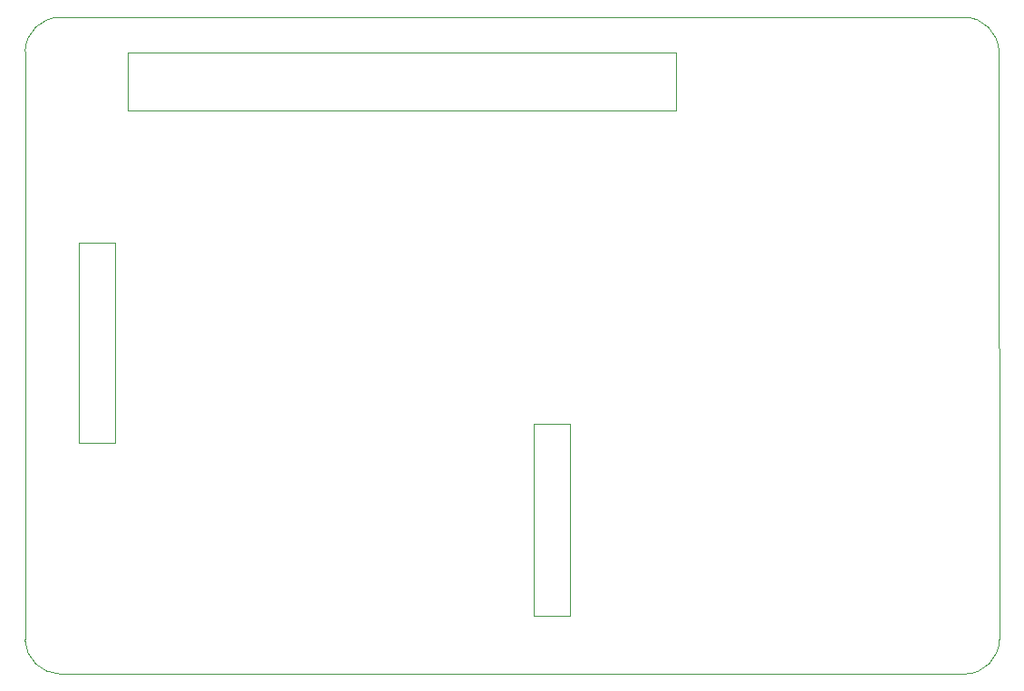
<source format=gm1>
%TF.GenerationSoftware,KiCad,Pcbnew,(6.0.5)*%
%TF.CreationDate,2022-05-28T00:56:08+08:00*%
%TF.ProjectId,RaspberryPi_Shield,52617370-6265-4727-9279-50695f536869,rev?*%
%TF.SameCoordinates,Original*%
%TF.FileFunction,Profile,NP*%
%FSLAX46Y46*%
G04 Gerber Fmt 4.6, Leading zero omitted, Abs format (unit mm)*
G04 Created by KiCad (PCBNEW (6.0.5)) date 2022-05-28 00:56:08*
%MOMM*%
%LPD*%
G01*
G04 APERTURE LIST*
%TA.AperFunction,Profile*%
%ADD10C,0.100000*%
%TD*%
G04 APERTURE END LIST*
D10*
X92449998Y-124300000D02*
G75*
G03*
X95737576Y-127500000I3339321J141935D01*
G01*
X140000000Y-104100000D02*
X143400000Y-104100000D01*
X143400000Y-104100000D02*
X143400000Y-122100000D01*
X143400000Y-122100000D02*
X140000000Y-122100000D01*
X140000000Y-122100000D02*
X140000000Y-104100000D01*
X183464991Y-69339370D02*
X183495617Y-124248546D01*
X180240000Y-127500000D02*
X95737576Y-127500000D01*
X180240000Y-127499999D02*
G75*
G03*
X183495617Y-124248546I3554J3252061D01*
G01*
X97500000Y-87200000D02*
X100900000Y-87200000D01*
X100900000Y-87200000D02*
X100900000Y-105850000D01*
X100900000Y-105850000D02*
X97500000Y-105850000D01*
X97500000Y-105850000D02*
X97500000Y-87200000D01*
X102100000Y-69400000D02*
X153300000Y-69400000D01*
X153300000Y-69400000D02*
X153300000Y-74800000D01*
X153300000Y-74800000D02*
X102100000Y-74800000D01*
X102100000Y-74800000D02*
X102100000Y-69400000D01*
X183464989Y-69339370D02*
G75*
G03*
X180208867Y-66091698I-3301421J-53878D01*
G01*
X95771131Y-66108447D02*
G75*
G03*
X92459029Y-69283805I-47850J-3265135D01*
G01*
X92450000Y-124300000D02*
X92459029Y-69283805D01*
X95771133Y-66108303D02*
X180208867Y-66091698D01*
M02*

</source>
